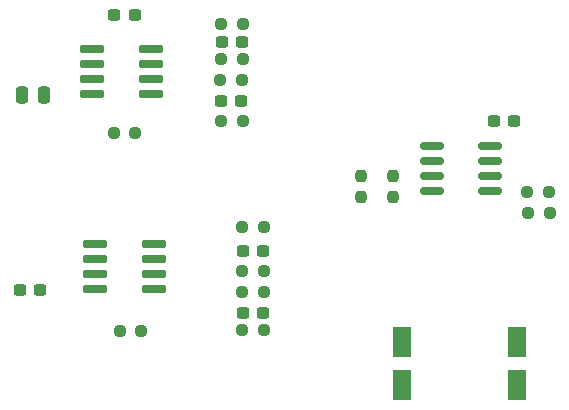
<source format=gbr>
%TF.GenerationSoftware,KiCad,Pcbnew,9.0.4*%
%TF.CreationDate,2025-09-08T12:57:20+12:00*%
%TF.ProjectId,doneIThink,646f6e65-4954-4686-996e-6b2e6b696361,rev?*%
%TF.SameCoordinates,Original*%
%TF.FileFunction,Paste,Top*%
%TF.FilePolarity,Positive*%
%FSLAX46Y46*%
G04 Gerber Fmt 4.6, Leading zero omitted, Abs format (unit mm)*
G04 Created by KiCad (PCBNEW 9.0.4) date 2025-09-08 12:57:20*
%MOMM*%
%LPD*%
G01*
G04 APERTURE LIST*
G04 Aperture macros list*
%AMRoundRect*
0 Rectangle with rounded corners*
0 $1 Rounding radius*
0 $2 $3 $4 $5 $6 $7 $8 $9 X,Y pos of 4 corners*
0 Add a 4 corners polygon primitive as box body*
4,1,4,$2,$3,$4,$5,$6,$7,$8,$9,$2,$3,0*
0 Add four circle primitives for the rounded corners*
1,1,$1+$1,$2,$3*
1,1,$1+$1,$4,$5*
1,1,$1+$1,$6,$7*
1,1,$1+$1,$8,$9*
0 Add four rect primitives between the rounded corners*
20,1,$1+$1,$2,$3,$4,$5,0*
20,1,$1+$1,$4,$5,$6,$7,0*
20,1,$1+$1,$6,$7,$8,$9,0*
20,1,$1+$1,$8,$9,$2,$3,0*%
G04 Aperture macros list end*
%ADD10RoundRect,0.237500X-0.250000X-0.237500X0.250000X-0.237500X0.250000X0.237500X-0.250000X0.237500X0*%
%ADD11RoundRect,0.237500X0.250000X0.237500X-0.250000X0.237500X-0.250000X-0.237500X0.250000X-0.237500X0*%
%ADD12RoundRect,0.237500X-0.300000X-0.237500X0.300000X-0.237500X0.300000X0.237500X-0.300000X0.237500X0*%
%ADD13RoundRect,0.250000X-0.550000X1.050000X-0.550000X-1.050000X0.550000X-1.050000X0.550000X1.050000X0*%
%ADD14RoundRect,0.237500X0.300000X0.237500X-0.300000X0.237500X-0.300000X-0.237500X0.300000X-0.237500X0*%
%ADD15RoundRect,0.237500X-0.237500X0.250000X-0.237500X-0.250000X0.237500X-0.250000X0.237500X0.250000X0*%
%ADD16RoundRect,0.075000X0.910000X0.225000X-0.910000X0.225000X-0.910000X-0.225000X0.910000X-0.225000X0*%
%ADD17RoundRect,0.250000X-0.250000X-0.475000X0.250000X-0.475000X0.250000X0.475000X-0.250000X0.475000X0*%
%ADD18RoundRect,0.237500X0.237500X-0.250000X0.237500X0.250000X-0.237500X0.250000X-0.237500X-0.250000X0*%
%ADD19RoundRect,0.150000X-0.825000X-0.150000X0.825000X-0.150000X0.825000X0.150000X-0.825000X0.150000X0*%
G04 APERTURE END LIST*
D10*
%TO.C,R8*%
X200425000Y-65000000D03*
X202250000Y-65000000D03*
%TD*%
%TO.C,R10*%
X191337500Y-66000000D03*
X193162500Y-66000000D03*
%TD*%
D11*
%TO.C,R7*%
X202250000Y-59750000D03*
X200425000Y-59750000D03*
%TD*%
D12*
%TO.C,C12*%
X200475000Y-58250000D03*
X202200000Y-58250000D03*
%TD*%
%TO.C,C24*%
X223500000Y-65000000D03*
X225225000Y-65000000D03*
%TD*%
D13*
%TO.C,C5*%
X225500000Y-83700000D03*
X225500000Y-87300000D03*
%TD*%
D14*
%TO.C,C13*%
X193112500Y-56000000D03*
X191387500Y-56000000D03*
%TD*%
D11*
%TO.C,R6*%
X202162500Y-61500000D03*
X200337500Y-61500000D03*
%TD*%
D15*
%TO.C,R12*%
X215000000Y-69587500D03*
X215000000Y-71412500D03*
%TD*%
D10*
%TO.C,R5*%
X191837500Y-82750000D03*
X193662500Y-82750000D03*
%TD*%
%TO.C,R4*%
X202200000Y-82685000D03*
X204025000Y-82685000D03*
%TD*%
D12*
%TO.C,C8*%
X202250000Y-81185000D03*
X203975000Y-81185000D03*
%TD*%
D10*
%TO.C,R14*%
X226425000Y-72750000D03*
X228250000Y-72750000D03*
%TD*%
D14*
%TO.C,C11*%
X202112500Y-63250000D03*
X200387500Y-63250000D03*
%TD*%
D11*
%TO.C,R13*%
X228162500Y-71000000D03*
X226337500Y-71000000D03*
%TD*%
D16*
%TO.C,U3*%
X194720000Y-79155000D03*
X194720000Y-77885000D03*
X194720000Y-76615000D03*
X194720000Y-75345000D03*
X189780000Y-75345000D03*
X189780000Y-76615000D03*
X189780000Y-77885000D03*
X189780000Y-79155000D03*
%TD*%
D17*
%TO.C,C3*%
X183550000Y-62750000D03*
X185450000Y-62750000D03*
%TD*%
D18*
%TO.C,R11*%
X212250000Y-71412500D03*
X212250000Y-69587500D03*
%TD*%
D11*
%TO.C,R2*%
X204025000Y-79435000D03*
X202200000Y-79435000D03*
%TD*%
D16*
%TO.C,U4*%
X194470000Y-62655000D03*
X194470000Y-61385000D03*
X194470000Y-60115000D03*
X194470000Y-58845000D03*
X189530000Y-58845000D03*
X189530000Y-60115000D03*
X189530000Y-61385000D03*
X189530000Y-62655000D03*
%TD*%
D13*
%TO.C,C1*%
X215750000Y-83700000D03*
X215750000Y-87300000D03*
%TD*%
D14*
%TO.C,C7*%
X203975000Y-75935000D03*
X202250000Y-75935000D03*
%TD*%
D10*
%TO.C,R3*%
X202200000Y-73935000D03*
X204025000Y-73935000D03*
%TD*%
D12*
%TO.C,C9*%
X183387500Y-79250000D03*
X185112500Y-79250000D03*
%TD*%
D10*
%TO.C,R9*%
X200425000Y-56750000D03*
X202250000Y-56750000D03*
%TD*%
D19*
%TO.C,U6*%
X218275000Y-67095000D03*
X218275000Y-68365000D03*
X218275000Y-69635000D03*
X218275000Y-70905000D03*
X223225000Y-70905000D03*
X223225000Y-69635000D03*
X223225000Y-68365000D03*
X223225000Y-67095000D03*
%TD*%
D11*
%TO.C,R1*%
X204025000Y-77685000D03*
X202200000Y-77685000D03*
%TD*%
M02*

</source>
